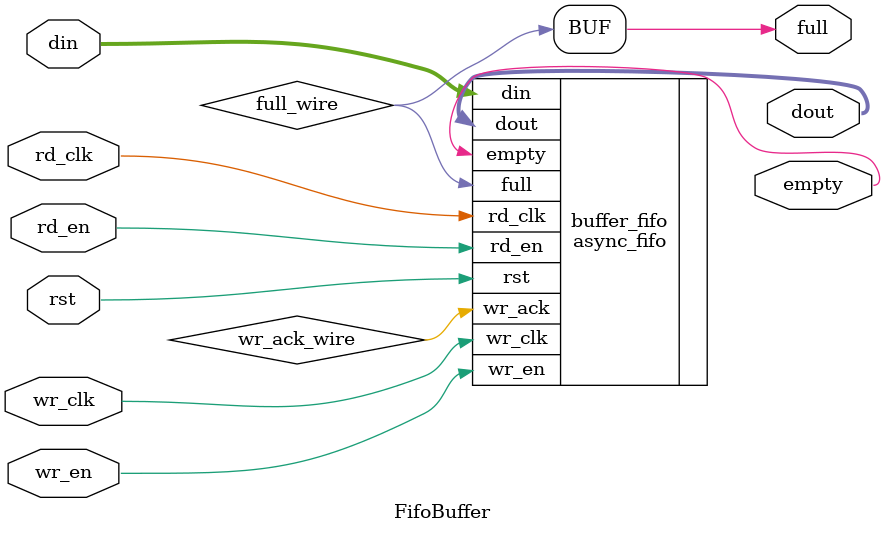
<source format=v>

`timescale 1ns / 1ps

module FifoBuffer(
	din,
	rd_clk,
	rd_en,
	rst,
	wr_clk,
	wr_en,
	dout,
	empty,
	full);


input [31 : 0] din;
input rd_clk;
input rd_en;
input rst;
input wr_clk;
input wr_en;
output [31 : 0] dout;
output empty;
output full;
	  
wire full_wire, wr_ack_wire; 
  
async_fifo buffer_fifo (.din(din), .rd_clk(rd_clk), .rd_en(rd_en), .rst(rst), .wr_clk(wr_clk), .wr_en(wr_en), .dout(dout), .full(full_wire), .wr_ack(wr_ack_wire), .empty(empty) );
    defparam buffer_fifo.FIFO_WIDTH = 32;
	defparam buffer_fifo.FIFO_DEPTH = 10;
	defparam buffer_fifo.DEVICE = "7SERIES" ;
 	defparam buffer_fifo.FIFO_RAM_TYPE = "BLOCKRAM";
 //	defparam buffer_fifo.OPTIMIZE = "POWER";

assign full = full_wire;
endmodule


</source>
